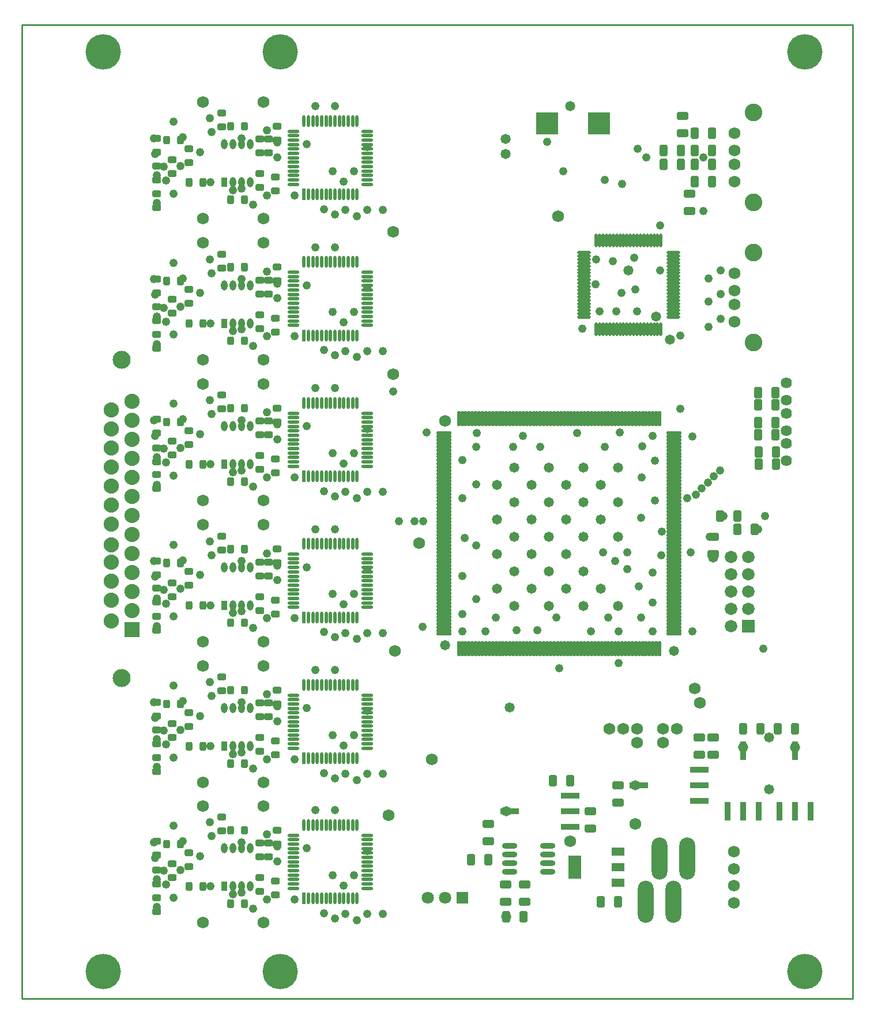
<source format=gts>
%FSLAX24Y24*%
%MOIN*%
%SFA1B1*%

%IPPOS*%
%ADD17O,0.020000X0.040000*%
%ADD18O,0.040000X0.020000*%
%ADD35C,0.010000*%
%ADD45C,0.064000*%
%ADD67O,0.038000X0.058000*%
%ADD68R,0.038000X0.058000*%
%ADD69O,0.048000X0.020000*%
%ADD70O,0.020000X0.048000*%
%ADD71O,0.068000X0.028000*%
%ADD72O,0.028000X0.048000*%
%ADD73O,0.048000X0.028000*%
%ADD74O,0.028000X0.068000*%
%ADD75O,0.067100X0.019800*%
%ADD76O,0.019800X0.067100*%
%ADD77R,0.019800X0.067100*%
%ADD78O,0.019800X0.090700*%
%ADD79O,0.090700X0.019800*%
%ADD80O,0.088000X0.032000*%
%ADD81R,0.078000X0.048000*%
%ADD82R,0.078000X0.138000*%
%ADD83O,0.090700X0.244200*%
%ADD84R,0.038000X0.108000*%
%ADD85O,0.090700X0.244200*%
%ADD86R,0.108000X0.038000*%
%ADD87O,0.078900X0.019800*%
%ADD88O,0.019800X0.078900*%
%ADD89R,0.128000X0.128000*%
%ADD90R,0.088000X0.088000*%
%ADD91C,0.088000*%
%ADD92C,0.104000*%
%ADD93R,0.071000X0.071000*%
%ADD94C,0.071000*%
%ADD95C,0.072000*%
%ADD96R,0.072000X0.072000*%
%ADD97C,0.068000*%
%ADD98C,0.102000*%
%ADD99C,0.204900*%
%ADD100C,0.048000*%
%ADD101C,0.058000*%
%LN020351-1*%
%LPD*%
G54D17*
X28660Y26050D03*
X28940D03*
Y26850D03*
X28660D03*
Y27650D03*
X28940D03*
X29560Y28000D03*
X29840D03*
Y28800D03*
X29560D03*
X30529Y28641D03*
X30808D03*
X32429Y30691D03*
X32708D03*
X34629Y29191D03*
X34908D03*
X35129D03*
X35408D03*
X34908Y27991D03*
X34629D03*
Y27191D03*
X34908D03*
X35529Y26991D03*
Y27791D03*
X35808D03*
Y26991D03*
X35909Y29941D03*
X35628D03*
Y30741D03*
X35909D03*
X35408Y29991D03*
X35129D03*
X34908D03*
X34629D03*
X32708Y31491D03*
X32429D03*
X30808Y29441D03*
X30529D03*
X28940Y30100D03*
X28660D03*
Y29300D03*
X28940D03*
Y28450D03*
X28660D03*
X34629Y35291D03*
X34908D03*
X35529Y35091D03*
X35808D03*
Y35891D03*
X35909Y38041D03*
X35628D03*
Y38841D03*
X35909D03*
X35408Y38091D03*
X35129D03*
X34908D03*
X34629D03*
Y37291D03*
X34908D03*
X35129D03*
X35408D03*
X35529Y35891D03*
X34908Y36091D03*
X34629D03*
X32708Y38791D03*
Y39591D03*
X32429D03*
Y38791D03*
X30808Y37541D03*
X30529D03*
Y36741D03*
X30808D03*
X29840Y36900D03*
X29560D03*
Y36100D03*
X29840D03*
X28940Y37350D03*
X28660D03*
Y38150D03*
X28940D03*
Y36550D03*
X28660D03*
Y35750D03*
X28940D03*
Y34950D03*
X28660D03*
Y34150D03*
X28940D03*
X35808Y43241D03*
Y44041D03*
X35909Y46191D03*
X35628D03*
Y46991D03*
X35909D03*
X35408Y46241D03*
X35129D03*
X34908D03*
X34629D03*
Y45441D03*
X34908D03*
X35129D03*
X35408D03*
X35529Y44041D03*
X34908Y44241D03*
X34629D03*
Y43441D03*
X34908D03*
X35529Y43241D03*
X32708Y46941D03*
Y47741D03*
X32429D03*
Y46941D03*
X30808Y45691D03*
X30529D03*
Y44891D03*
X30808D03*
X29840Y45050D03*
X29560D03*
Y44250D03*
X29840D03*
X28940Y45500D03*
X28660D03*
Y46300D03*
X28940D03*
Y44750D03*
X28660D03*
Y43950D03*
X28940D03*
Y43100D03*
X28660D03*
Y42300D03*
X28940D03*
Y50500D03*
X28660D03*
X29560Y52450D03*
X29840D03*
Y53250D03*
X29560D03*
X30529Y53041D03*
X30808D03*
Y53841D03*
X30529D03*
X32429Y55091D03*
X32708D03*
X34629Y53591D03*
X34908D03*
X35129D03*
X35408D03*
X35529Y52191D03*
Y51391D03*
X34908Y51591D03*
X34629D03*
Y52391D03*
X34908D03*
X35808Y52191D03*
Y51391D03*
X35909Y54341D03*
X35628D03*
Y55141D03*
X35909D03*
X35408Y54391D03*
X35129D03*
X34908D03*
X34629D03*
X32708Y55891D03*
X32429D03*
X34629Y59741D03*
X34908D03*
X35529Y59541D03*
X35808D03*
Y60341D03*
X35909Y62491D03*
X35628D03*
Y63291D03*
X35909D03*
X35408Y62541D03*
X35129D03*
X34908D03*
X34629D03*
Y61741D03*
X34908D03*
X35129D03*
X35408D03*
X35529Y60341D03*
X34908Y60541D03*
X34629D03*
X32708Y63241D03*
Y64041D03*
X32429D03*
Y63241D03*
X30808Y61991D03*
X30529D03*
Y61191D03*
X30808D03*
X29840Y61450D03*
X29560D03*
Y60650D03*
X29840D03*
X28940Y62600D03*
X28660D03*
Y61800D03*
X28940D03*
Y61000D03*
X28660D03*
Y60200D03*
X28940D03*
Y59400D03*
X28660D03*
Y58600D03*
X28940D03*
Y54500D03*
X28660D03*
Y53700D03*
X28940D03*
Y52850D03*
X28660D03*
Y52050D03*
X28940D03*
Y51300D03*
X28660D03*
X35808Y67691D03*
Y68491D03*
X35909Y70641D03*
X35628D03*
Y71441D03*
X35909D03*
X35408Y70691D03*
X35129D03*
X34908D03*
X34629D03*
Y69891D03*
X34908D03*
X35129D03*
X35408D03*
X35529Y68491D03*
X34908Y68691D03*
X34629D03*
Y67891D03*
X34908D03*
X35529Y67691D03*
X32708Y71391D03*
Y72191D03*
X32429D03*
Y71391D03*
X30808Y70141D03*
X30529D03*
Y69341D03*
X30808D03*
X29840Y69500D03*
X29560D03*
Y68700D03*
X29840D03*
X28940Y69950D03*
X28660D03*
Y70750D03*
X28940D03*
Y69150D03*
X28660D03*
Y68350D03*
X28940D03*
Y67550D03*
X28660D03*
Y66750D03*
X28940D03*
G54D18*
X30668Y27351D03*
Y27631D03*
X31469D03*
Y27351D03*
X33068Y26631D03*
Y26351D03*
X33869D03*
Y26631D03*
Y30601D03*
Y30881D03*
X33068D03*
Y30601D03*
X30168Y30081D03*
Y29801D03*
X29369D03*
Y30081D03*
X33068Y34451D03*
Y34731D03*
X33869D03*
Y34451D03*
X31469Y35731D03*
Y35451D03*
X30668Y35731D03*
Y35451D03*
X30168Y37901D03*
Y38181D03*
X29369D03*
Y37901D03*
X33068Y38701D03*
Y38981D03*
X33869D03*
Y38701D03*
Y42601D03*
Y42881D03*
X33068D03*
Y42601D03*
X31469Y43601D03*
Y43881D03*
X30168Y46051D03*
Y46331D03*
X30668Y43881D03*
Y43601D03*
X29369Y46051D03*
Y46331D03*
X33068Y46851D03*
Y47131D03*
X33869D03*
Y46851D03*
Y50751D03*
Y51031D03*
X33068D03*
Y50751D03*
X31469Y51751D03*
Y52031D03*
X30668D03*
Y51751D03*
X33068Y55001D03*
Y55281D03*
X33869D03*
Y55001D03*
X30168Y54481D03*
Y54201D03*
X29369D03*
Y54481D03*
X33068Y58901D03*
Y59181D03*
X33869D03*
Y58901D03*
X31469Y59901D03*
Y60181D03*
X30668D03*
Y59901D03*
X33068Y63151D03*
X33869D03*
Y63431D03*
X33068D03*
Y67051D03*
Y67331D03*
X33869D03*
Y67051D03*
X31469Y68331D03*
Y68051D03*
X30668Y68331D03*
Y68051D03*
X30168Y70501D03*
Y70781D03*
X29369D03*
Y70501D03*
X33068Y71301D03*
Y71581D03*
X33869D03*
Y71301D03*
X29369Y62631D03*
Y62351D03*
X30168D03*
Y62631D03*
G54D35*
X21000Y21000D02*
X69032D01*
Y77299*
X21000*
Y21000*
G54D45*
X65219Y52091D03*
Y53091D03*
Y53841D03*
Y54841D03*
Y55591D03*
Y56591D03*
G54D67*
X33219Y27491D03*
X33719D03*
X34218D03*
Y29691D03*
X33719D03*
X33219D03*
X32719D03*
X34218Y35591D03*
Y37791D03*
X33719D03*
X33219D03*
X32719D03*
X33219Y35591D03*
X33719D03*
X34218Y43741D03*
Y45941D03*
X33719D03*
X33219D03*
X32719D03*
X33219Y43741D03*
X33719D03*
X34218Y51891D03*
Y54091D03*
X33719D03*
X33219D03*
X32719D03*
X33219Y51891D03*
X33719D03*
X34218Y60041D03*
X33719D03*
X33219D03*
X34218Y62241D03*
X33719D03*
X33219D03*
X32719D03*
X34218Y68191D03*
Y70391D03*
X33719D03*
X33219D03*
X32719D03*
X33219Y68191D03*
X33719D03*
G54D68*
X32719Y27491D03*
Y35591D03*
Y43741D03*
Y51891D03*
Y60041D03*
Y68191D03*
G54D69*
X28800Y25950D03*
Y26050D03*
Y26150D03*
Y26750D03*
Y26850D03*
Y26950D03*
Y27550D03*
Y27650D03*
Y27750D03*
X29700Y27900D03*
Y28000D03*
Y28100D03*
Y28700D03*
Y28800D03*
Y28900D03*
X30668Y28741D03*
Y28641D03*
Y28541D03*
Y29341D03*
Y29441D03*
Y29541D03*
X28800Y29400D03*
Y30000D03*
Y30100D03*
Y30200D03*
Y29300D03*
Y29200D03*
Y28550D03*
Y28450D03*
Y28350D03*
X32569Y30591D03*
Y30691D03*
Y30791D03*
X34769Y29291D03*
Y29191D03*
Y29091D03*
X35268D03*
Y29191D03*
Y29291D03*
X34769Y28091D03*
Y27991D03*
Y27891D03*
Y27291D03*
Y27191D03*
Y27091D03*
X35668D03*
Y26991D03*
Y26891D03*
Y27691D03*
Y27791D03*
Y27891D03*
X35768Y29841D03*
Y29941D03*
Y30041D03*
Y30641D03*
Y30741D03*
Y30841D03*
X35268Y30091D03*
Y29991D03*
Y29891D03*
X34769D03*
Y29991D03*
Y30091D03*
X32569Y31391D03*
Y31491D03*
Y31591D03*
X35668Y34991D03*
Y35091D03*
Y35191D03*
Y35791D03*
Y35891D03*
Y35991D03*
X35768Y37941D03*
Y38041D03*
Y38141D03*
Y38741D03*
Y38841D03*
Y38941D03*
X35268Y38191D03*
Y38091D03*
Y37991D03*
X34769D03*
Y38091D03*
Y38191D03*
Y37391D03*
Y37291D03*
Y37191D03*
X35268D03*
Y37291D03*
Y37391D03*
X34769Y36191D03*
Y36091D03*
Y35991D03*
Y35391D03*
Y35291D03*
Y35191D03*
X32569Y38691D03*
Y38791D03*
Y38891D03*
Y39491D03*
Y39591D03*
Y39691D03*
X35668Y43141D03*
Y43241D03*
Y43341D03*
Y43941D03*
Y44041D03*
Y44141D03*
X35768Y46091D03*
Y46191D03*
Y46291D03*
Y46891D03*
Y46991D03*
Y47091D03*
X35268Y46341D03*
Y46241D03*
Y46141D03*
X34769D03*
Y46241D03*
Y46341D03*
Y45541D03*
Y45441D03*
Y45341D03*
X35268D03*
Y45441D03*
Y45541D03*
X34769Y44341D03*
Y44241D03*
Y44141D03*
Y43541D03*
Y43441D03*
Y43341D03*
X32569Y46841D03*
Y46941D03*
Y47041D03*
Y47641D03*
Y47741D03*
Y47841D03*
X30668Y45791D03*
Y45691D03*
Y45591D03*
Y44991D03*
Y44891D03*
X29700Y44950D03*
Y45050D03*
Y45150D03*
Y44350D03*
Y44250D03*
Y44150D03*
X30668Y44791D03*
X28800Y45400D03*
Y45500D03*
Y45600D03*
Y46200D03*
Y46300D03*
Y46400D03*
Y44850D03*
Y44750D03*
Y44650D03*
Y44050D03*
Y43950D03*
Y43850D03*
Y43200D03*
Y43100D03*
Y43000D03*
Y42400D03*
Y42300D03*
Y42200D03*
Y38250D03*
Y38150D03*
Y38050D03*
Y37450D03*
Y37350D03*
Y37250D03*
Y36650D03*
Y36550D03*
Y36450D03*
Y35850D03*
Y35750D03*
Y35650D03*
Y35050D03*
Y34950D03*
Y34850D03*
Y34250D03*
Y34150D03*
Y34050D03*
X29700Y36000D03*
Y36100D03*
Y36200D03*
Y36800D03*
Y36900D03*
Y37000D03*
X30668Y36841D03*
Y36741D03*
Y36641D03*
Y37441D03*
Y37541D03*
Y37641D03*
X28800Y50400D03*
Y50500D03*
Y50600D03*
X29700Y52350D03*
Y52450D03*
Y52550D03*
Y53150D03*
Y53250D03*
Y53350D03*
X30668Y53141D03*
Y53041D03*
Y52941D03*
Y53741D03*
Y53841D03*
Y53941D03*
X28800Y54400D03*
Y54500D03*
Y54600D03*
Y53800D03*
Y53700D03*
Y53600D03*
Y52950D03*
Y52850D03*
Y52750D03*
Y52150D03*
Y52050D03*
Y51950D03*
Y51400D03*
Y51300D03*
Y51200D03*
X32569Y54991D03*
Y55091D03*
Y55191D03*
X34769Y53691D03*
Y53591D03*
Y53491D03*
X35268D03*
Y53591D03*
Y53691D03*
X34769Y52491D03*
Y52391D03*
Y52291D03*
Y51691D03*
Y51591D03*
Y51491D03*
X35668D03*
Y51391D03*
Y51291D03*
Y52091D03*
Y52191D03*
Y52291D03*
X35768Y54241D03*
Y54341D03*
Y54441D03*
Y55041D03*
Y55141D03*
Y55241D03*
X35268Y54491D03*
Y54391D03*
Y54291D03*
X34769D03*
Y54391D03*
Y54491D03*
X32569Y55791D03*
Y55891D03*
Y55991D03*
X35668Y59441D03*
Y59541D03*
Y59641D03*
Y60241D03*
Y60341D03*
Y60441D03*
X35768Y62391D03*
Y62491D03*
Y62591D03*
Y63191D03*
Y63291D03*
Y63391D03*
X35268Y62641D03*
Y62541D03*
Y62441D03*
X34769D03*
Y62541D03*
Y62641D03*
Y61841D03*
Y61741D03*
Y61641D03*
X35268D03*
Y61741D03*
Y61841D03*
X34769Y60641D03*
Y60541D03*
Y60441D03*
Y59841D03*
Y59741D03*
Y59641D03*
X32569Y63141D03*
Y63241D03*
Y63341D03*
Y63941D03*
Y64041D03*
Y64141D03*
X35668Y67591D03*
Y67691D03*
Y67791D03*
Y68391D03*
Y68491D03*
Y68591D03*
X35768Y70541D03*
Y70641D03*
Y70741D03*
Y71341D03*
Y71441D03*
Y71541D03*
X35268Y70791D03*
Y70691D03*
Y70591D03*
X34769D03*
Y70691D03*
Y70791D03*
Y69991D03*
Y69891D03*
Y69791D03*
X35268D03*
Y69891D03*
Y69991D03*
X34769Y68791D03*
Y68691D03*
Y68591D03*
Y67991D03*
Y67891D03*
Y67791D03*
X32569Y71291D03*
Y71391D03*
Y71491D03*
Y72091D03*
Y72191D03*
Y72291D03*
X30668Y70241D03*
Y70141D03*
Y70041D03*
Y69441D03*
Y69341D03*
Y69241D03*
X29700Y69400D03*
Y69500D03*
Y69600D03*
Y68800D03*
Y68700D03*
Y68600D03*
X28800Y69850D03*
Y69950D03*
Y70050D03*
Y70650D03*
Y70750D03*
Y70850D03*
Y69250D03*
Y69150D03*
Y69050D03*
Y68450D03*
Y68350D03*
Y68250D03*
Y67650D03*
Y67550D03*
Y67450D03*
Y66850D03*
Y66750D03*
Y66650D03*
Y62700D03*
Y62600D03*
Y62500D03*
Y61900D03*
Y61800D03*
Y61700D03*
Y61100D03*
Y61000D03*
Y60900D03*
Y60300D03*
Y60200D03*
Y60100D03*
Y59500D03*
Y59400D03*
Y59300D03*
Y58700D03*
Y58600D03*
Y58500D03*
X29700Y60550D03*
Y60650D03*
Y60750D03*
Y61350D03*
Y61450D03*
Y61550D03*
X30668Y61291D03*
Y61191D03*
Y61091D03*
Y61891D03*
Y61991D03*
Y62091D03*
G54D70*
X30568Y27491D03*
X30668D03*
X30768D03*
X31369D03*
X31469D03*
X31569D03*
X32968Y26491D03*
X33068D03*
X33168D03*
X33768D03*
X33869D03*
X33969D03*
Y30741D03*
X33869D03*
X33768D03*
X33168D03*
X33068D03*
X32968D03*
X30268Y29941D03*
X30168D03*
X30069D03*
X29469D03*
X29369D03*
X29269D03*
X32968Y34591D03*
X33068D03*
X33168D03*
X33768D03*
X33869D03*
X33969D03*
X31569Y35591D03*
X31469D03*
X31369D03*
X30268Y38041D03*
X30168D03*
X30069D03*
X29469D03*
X30568Y35591D03*
X30668D03*
X30768D03*
X29369Y38041D03*
X29269D03*
X32968Y38841D03*
X33068D03*
X33168D03*
X33768D03*
X33869D03*
X33969D03*
Y42741D03*
X33869D03*
X33768D03*
X33168D03*
X33068D03*
X32968D03*
X31569Y43741D03*
X31469D03*
X31369D03*
X30268Y46191D03*
X30168D03*
X30069D03*
X29469D03*
X30568Y43741D03*
X30668D03*
X30768D03*
X29369Y46191D03*
X29269D03*
X32968Y46991D03*
X33068D03*
X33168D03*
X33768D03*
X33869D03*
X33969D03*
Y50891D03*
X33869D03*
X33768D03*
X33168D03*
X33068D03*
X32968D03*
X31569Y51891D03*
X31469D03*
X31369D03*
X30768D03*
X30668D03*
X30568D03*
X32968Y55141D03*
X33068D03*
X33168D03*
X33768D03*
X33869D03*
X33969D03*
X30268Y54341D03*
X30168D03*
X30069D03*
X29469D03*
X29369D03*
X29269D03*
X32968Y59041D03*
X33068D03*
X33168D03*
X33768D03*
X33869D03*
X33969D03*
X31569Y60041D03*
X31469D03*
X31369D03*
X30768D03*
X30668D03*
X30568D03*
X32968Y63291D03*
X33068D03*
X33168D03*
X33768D03*
X33869D03*
X33969D03*
X30268Y62491D03*
X30168D03*
X30069D03*
X29469D03*
X29369D03*
X29269D03*
X32968Y67191D03*
X33068D03*
X33168D03*
X33768D03*
X33869D03*
X33969D03*
X31569Y68191D03*
X31469D03*
X31369D03*
X30268Y70641D03*
X30168D03*
X30069D03*
X29469D03*
X30568Y68191D03*
X30668D03*
X30768D03*
X29369Y70641D03*
X29269D03*
X32968Y71441D03*
X33068D03*
X33168D03*
X33768D03*
X33869D03*
X33969D03*
G54D71*
X48969Y26491D03*
Y26591D03*
Y26691D03*
Y27491D03*
Y27591D03*
Y27691D03*
X50068D03*
Y27591D03*
Y27491D03*
Y26691D03*
Y26591D03*
Y26491D03*
X53868Y30741D03*
Y30841D03*
X55469Y32241D03*
Y32341D03*
Y32441D03*
Y33241D03*
Y33341D03*
Y33441D03*
X53868Y31941D03*
Y31841D03*
Y31741D03*
Y30941D03*
X47969Y30991D03*
Y31091D03*
Y31191D03*
Y30191D03*
Y30091D03*
Y29991D03*
X60168Y34991D03*
Y35091D03*
Y35191D03*
X60968D03*
Y35091D03*
Y34991D03*
Y35991D03*
Y36091D03*
Y36191D03*
X60168D03*
Y36091D03*
Y35991D03*
X60978Y46590D03*
Y46690D03*
Y46790D03*
Y47590D03*
Y47690D03*
Y47790D03*
X59619Y66451D03*
Y66551D03*
Y66651D03*
Y67451D03*
Y67551D03*
Y67651D03*
X59219Y70951D03*
Y71051D03*
Y71151D03*
Y71951D03*
Y72051D03*
Y72151D03*
G54D72*
X47769Y30091D03*
X48169D03*
Y31091D03*
X47769D03*
X48769Y27591D03*
X49169D03*
Y26591D03*
X48769D03*
X49868D03*
X50269D03*
Y27591D03*
X49868D03*
X53668Y30841D03*
X54068D03*
X55269Y32341D03*
X55669D03*
Y33341D03*
X55269D03*
X54068Y31841D03*
X53668D03*
X59969Y35091D03*
X60368D03*
X60768D03*
X61168D03*
Y36091D03*
X60768D03*
X60368D03*
X59969D03*
X60778Y46690D03*
X61178D03*
Y47690D03*
X60778D03*
X59819Y66551D03*
X59419D03*
Y67551D03*
X59819D03*
X59419Y71051D03*
X59019D03*
Y72051D03*
X59419D03*
G54D73*
X46968Y28841D03*
Y29241D03*
X47969D03*
Y28841D03*
X49019Y25941D03*
Y25541D03*
X50019D03*
Y25941D03*
X54468Y26391D03*
Y26791D03*
X55469D03*
Y26391D03*
X52719Y33391D03*
Y33791D03*
X51719D03*
Y33391D03*
X62719Y36391D03*
Y36791D03*
X63719D03*
Y36391D03*
X64718D03*
Y36791D03*
X65718D03*
Y36391D03*
X63369Y47941D03*
X62368D03*
Y48341D03*
Y48691D03*
Y49091D03*
X63369Y48341D03*
X61368Y48691D03*
Y49091D03*
X63618Y51691D03*
Y52091D03*
Y52391D03*
X64619D03*
Y52091D03*
Y51691D03*
Y52791D03*
X64569Y53391D03*
Y53791D03*
Y54091D03*
X63569D03*
Y53791D03*
Y53391D03*
X63618Y52791D03*
X63569Y54491D03*
Y55141D03*
Y55541D03*
X64569D03*
Y55141D03*
Y54491D03*
Y55841D03*
Y56241D03*
X63569D03*
Y55841D03*
X60918Y68051D03*
Y68451D03*
Y69051D03*
Y69451D03*
Y69851D03*
Y70251D03*
Y70851D03*
Y71251D03*
X59918D03*
Y70851D03*
Y70251D03*
Y69851D03*
X59118D03*
Y70251D03*
Y69451D03*
Y69051D03*
X59918D03*
Y69451D03*
Y68451D03*
Y68051D03*
X58119Y69051D03*
Y69451D03*
Y69851D03*
Y70251D03*
G54D74*
X46869Y29041D03*
X46968D03*
X47069D03*
X47868D03*
X47969D03*
X48068D03*
X48918Y25741D03*
X49019D03*
X49118D03*
X49918D03*
X50019D03*
X50118D03*
X54369Y26591D03*
X54468D03*
X54569D03*
X55368D03*
X55469D03*
X55568D03*
X52818Y33591D03*
X52719D03*
X52618D03*
X51818D03*
X51719D03*
X51618D03*
X62618Y36591D03*
X62719D03*
X62818D03*
X63618D03*
X63719D03*
X63818D03*
X64619D03*
X64718D03*
X64819D03*
X65619D03*
X65718D03*
X65819D03*
X63468Y48141D03*
X63369D03*
X63268D03*
X62469D03*
X62368D03*
X62269D03*
Y48891D03*
X62368D03*
X62469D03*
X61469D03*
X61368D03*
X61269D03*
X63519Y51891D03*
X63618D03*
X63719D03*
Y52591D03*
X63618D03*
X63519D03*
X64518D03*
X64619D03*
X64718D03*
Y51891D03*
X64619D03*
X64518D03*
X64468Y53591D03*
X64569D03*
X64668D03*
X63668D03*
X63569D03*
X63468D03*
Y54291D03*
X63569D03*
X63668D03*
X64468D03*
X64569D03*
X64668D03*
Y55341D03*
X64569D03*
X64468D03*
X63668D03*
X63569D03*
X63468D03*
Y56041D03*
X63569D03*
X63668D03*
X64468D03*
X64569D03*
X64668D03*
X61019Y68251D03*
X60918D03*
X60819D03*
Y69251D03*
X60918D03*
X61019D03*
Y70051D03*
X60918D03*
X60819D03*
Y71051D03*
X60918D03*
X61019D03*
X60019D03*
X59918D03*
X59819D03*
Y70051D03*
X59918D03*
X60019D03*
X59219D03*
X59118D03*
X59019D03*
Y69251D03*
X59118D03*
X59219D03*
X59819D03*
X59918D03*
X60019D03*
Y68251D03*
X59918D03*
X59819D03*
X58218Y70051D03*
X58119D03*
X58018D03*
Y69251D03*
X58119D03*
X58218D03*
G54D75*
X36728Y27381D03*
Y27637D03*
Y27893D03*
Y28149D03*
Y28405D03*
Y28661D03*
Y28917D03*
Y29172D03*
Y29428D03*
Y29684D03*
Y29940D03*
Y30196D03*
Y30452D03*
X40980Y27637D03*
Y27381D03*
Y27893D03*
Y28149D03*
Y28405D03*
Y28661D03*
Y28917D03*
Y29172D03*
Y29428D03*
Y29684D03*
Y29940D03*
Y30196D03*
Y30452D03*
Y35481D03*
Y35737D03*
Y35993D03*
Y36249D03*
Y36505D03*
Y36761D03*
Y37017D03*
Y37272D03*
Y37528D03*
Y37784D03*
Y38040D03*
Y38296D03*
Y38552D03*
X36728D03*
Y38296D03*
Y38040D03*
Y37784D03*
Y37528D03*
Y37272D03*
Y37017D03*
Y36761D03*
Y36505D03*
Y36249D03*
Y35993D03*
Y35737D03*
Y35481D03*
X40980Y43631D03*
Y43887D03*
Y44143D03*
Y44399D03*
Y44655D03*
Y44911D03*
Y45167D03*
Y45422D03*
Y45678D03*
Y45934D03*
Y46190D03*
Y46446D03*
Y46702D03*
Y51781D03*
Y52037D03*
Y52293D03*
Y52549D03*
Y52805D03*
Y53061D03*
Y53317D03*
Y53572D03*
Y53828D03*
Y54084D03*
Y54340D03*
Y54596D03*
Y54852D03*
Y59931D03*
Y60187D03*
Y60443D03*
Y60699D03*
Y60955D03*
Y61211D03*
Y61467D03*
Y61722D03*
Y61978D03*
Y62234D03*
Y62490D03*
Y62746D03*
Y63002D03*
X36728D03*
Y62746D03*
Y62490D03*
Y62234D03*
Y61978D03*
Y61722D03*
Y61467D03*
Y61211D03*
Y60955D03*
Y60699D03*
Y60443D03*
Y60187D03*
Y59931D03*
Y54852D03*
Y54596D03*
Y54340D03*
Y54084D03*
Y53828D03*
Y53572D03*
Y53317D03*
Y53061D03*
Y52805D03*
Y52549D03*
Y52293D03*
Y52037D03*
Y51781D03*
Y46702D03*
Y46446D03*
Y46190D03*
Y45934D03*
Y45678D03*
Y45422D03*
Y45167D03*
Y44911D03*
Y44655D03*
Y44399D03*
Y44143D03*
Y43887D03*
Y43631D03*
X40980Y68081D03*
Y68337D03*
Y68593D03*
Y68849D03*
Y69105D03*
Y69361D03*
Y69617D03*
Y69872D03*
Y70128D03*
Y70384D03*
Y70640D03*
Y70896D03*
Y71152D03*
X36728D03*
Y70896D03*
Y70640D03*
Y70384D03*
Y70128D03*
Y69872D03*
Y69617D03*
Y69361D03*
Y69105D03*
Y68849D03*
Y68593D03*
Y68337D03*
Y68081D03*
G54D76*
X37574Y26791D03*
X37830D03*
X38086D03*
X38342D03*
X38598D03*
X38854D03*
X39110D03*
X39366D03*
X39622D03*
X39878D03*
X40133D03*
X40389D03*
Y31043D03*
X40133D03*
X39878D03*
X39622D03*
X39366D03*
X39110D03*
X38854D03*
X38598D03*
X38342D03*
X38086D03*
X37830D03*
X37574D03*
X37318D03*
X40389Y34891D03*
X40133D03*
X39878D03*
X39622D03*
X39366D03*
X39110D03*
X38854D03*
X38598D03*
X38342D03*
X38086D03*
X37830D03*
X37574D03*
X40389Y39143D03*
X40133D03*
X39878D03*
X39622D03*
X39366D03*
X39110D03*
X38854D03*
X38598D03*
X38342D03*
X38086D03*
X37830D03*
X37574D03*
X37318D03*
X40389Y43041D03*
X40133D03*
X39878D03*
X39622D03*
X39366D03*
X39110D03*
X38854D03*
X38598D03*
X38342D03*
X38086D03*
X37830D03*
X37574D03*
X40389Y47293D03*
X40133D03*
X39878D03*
X39622D03*
X39366D03*
X39110D03*
X38854D03*
X38598D03*
X38342D03*
X38086D03*
X37830D03*
X37574D03*
X37318D03*
X40389Y51191D03*
X40133D03*
X39878D03*
X39622D03*
X39366D03*
X39110D03*
X38854D03*
X38598D03*
X38342D03*
X38086D03*
X37830D03*
X37574D03*
X40389Y55443D03*
X40133D03*
X39878D03*
X39622D03*
X39366D03*
X39110D03*
X38854D03*
X38598D03*
X38342D03*
X38086D03*
X37830D03*
X37574D03*
X37318D03*
X40389Y59341D03*
X40133D03*
X39878D03*
X39622D03*
X39366D03*
X39110D03*
X38854D03*
X38598D03*
X38342D03*
X38086D03*
X37830D03*
X37574D03*
X40389Y63593D03*
X40133D03*
X39878D03*
X39622D03*
X39366D03*
X39110D03*
X38854D03*
X38598D03*
X38342D03*
X38086D03*
X37830D03*
X37574D03*
X37318D03*
X40389Y67491D03*
X40133D03*
X39878D03*
X39622D03*
X39366D03*
X39110D03*
X38854D03*
X38598D03*
X38342D03*
X38086D03*
X37830D03*
X37574D03*
X40389Y71743D03*
X40133D03*
X39878D03*
X39622D03*
X39366D03*
X39110D03*
X38854D03*
X38598D03*
X38342D03*
X38086D03*
X37830D03*
X37574D03*
X37318D03*
G54D77*
X37318Y26791D03*
Y34891D03*
Y43041D03*
Y51191D03*
Y59341D03*
Y67491D03*
G54D78*
X46267Y41244D03*
X46464D03*
X46661D03*
X46858D03*
X47055D03*
X47252D03*
X47448D03*
X47645D03*
X47842D03*
X48039D03*
X48236D03*
X48433D03*
X48630D03*
X48826D03*
X49023D03*
X49220D03*
X49417D03*
X49614D03*
X49811D03*
X50007D03*
X50204D03*
X50401D03*
X50598D03*
X50795D03*
X50992D03*
X51189D03*
X51385D03*
X51582D03*
X51779D03*
X51976D03*
X52173D03*
X52370D03*
X52567D03*
X52763D03*
X52960D03*
X53157D03*
X53354D03*
X53551D03*
X53748D03*
X53944D03*
X54141D03*
X54338D03*
X54535D03*
X54732D03*
X54929D03*
X55126D03*
X55322D03*
X55519D03*
X55716D03*
X55913D03*
X56110D03*
X56307D03*
X56504D03*
X56700D03*
X56897D03*
X57094D03*
X57291D03*
X57488D03*
X57685D03*
X57881D03*
Y54551D03*
X57685D03*
X57488D03*
X57291D03*
X57094D03*
X56897D03*
X56700D03*
X56504D03*
X56307D03*
X56110D03*
X55913D03*
X55716D03*
X55519D03*
X55322D03*
X55126D03*
X54929D03*
X54732D03*
X54535D03*
X54338D03*
X54141D03*
X53944D03*
X53748D03*
X53551D03*
X53354D03*
X53157D03*
X52960D03*
X52763D03*
X52567D03*
X52370D03*
X52173D03*
X51976D03*
X51779D03*
X51582D03*
X51385D03*
X51189D03*
X50992D03*
X50795D03*
X50598D03*
X50401D03*
X50204D03*
X50007D03*
X49811D03*
X49614D03*
X49417D03*
X49220D03*
X49023D03*
X48826D03*
X48630D03*
X48433D03*
X48236D03*
X48039D03*
X47842D03*
X47645D03*
X47448D03*
X47252D03*
X47055D03*
X46858D03*
X46661D03*
X46464D03*
X46267D03*
G54D79*
X45421Y42090D03*
Y42287D03*
Y42484D03*
Y42681D03*
Y42877D03*
Y43074D03*
Y43271D03*
Y43468D03*
Y43665D03*
Y43862D03*
Y44059D03*
Y44255D03*
Y44452D03*
Y44649D03*
Y44846D03*
Y45043D03*
Y45240D03*
Y45437D03*
Y45633D03*
Y45830D03*
Y46027D03*
Y46224D03*
Y46421D03*
Y46618D03*
Y46814D03*
Y47011D03*
Y47208D03*
Y47405D03*
Y47602D03*
Y47799D03*
Y47996D03*
Y48192D03*
Y48389D03*
Y48586D03*
Y48783D03*
Y48980D03*
Y49177D03*
Y49374D03*
Y49570D03*
Y49767D03*
Y49964D03*
Y50161D03*
Y50358D03*
Y50555D03*
Y50751D03*
Y50948D03*
Y51145D03*
Y51342D03*
Y51539D03*
Y51736D03*
Y51933D03*
Y52129D03*
Y52326D03*
Y52523D03*
Y52720D03*
Y52917D03*
Y53114D03*
Y53311D03*
Y53507D03*
Y53704D03*
X58728Y43271D03*
Y43074D03*
Y42877D03*
Y42681D03*
Y42484D03*
Y42287D03*
Y42090D03*
Y43468D03*
Y43665D03*
Y43862D03*
Y44059D03*
Y44255D03*
Y44452D03*
Y44649D03*
Y44846D03*
Y45043D03*
Y45240D03*
Y45437D03*
Y45633D03*
Y45830D03*
Y46027D03*
Y46224D03*
Y46421D03*
Y46618D03*
Y46814D03*
Y47011D03*
Y47208D03*
Y47405D03*
Y47602D03*
Y47799D03*
Y47996D03*
Y48192D03*
Y48389D03*
Y48586D03*
Y48783D03*
Y48980D03*
Y49177D03*
Y49374D03*
Y49570D03*
Y49767D03*
Y49964D03*
Y50161D03*
Y50358D03*
Y50555D03*
Y50751D03*
Y50948D03*
Y51145D03*
Y51342D03*
Y51539D03*
Y51736D03*
Y51933D03*
Y52129D03*
Y52326D03*
Y52523D03*
Y52720D03*
Y52917D03*
Y53114D03*
Y53311D03*
Y53507D03*
Y53704D03*
G54D80*
X49219Y28341D03*
Y28841D03*
Y29341D03*
Y29841D03*
X51418Y29341D03*
Y28841D03*
Y28341D03*
Y29841D03*
G54D81*
X55469Y27691D03*
Y28591D03*
Y29491D03*
G54D82*
X52969Y28591D03*
G54D83*
X58668Y26591D03*
X59468Y29091D03*
X57894D03*
G54D84*
X61818Y31841D03*
X62719D03*
X63618D03*
X64819D03*
X65718D03*
X66618D03*
X65718Y35341D03*
X62719D03*
G54D85*
X57094Y26591D03*
G54D86*
X49219Y31841D03*
X52719D03*
Y30941D03*
Y32741D03*
X56669Y33341D03*
X60168Y32441D03*
Y33341D03*
Y34241D03*
G54D87*
X58668Y60400D03*
Y60597D03*
Y60794D03*
Y60991D03*
Y61188D03*
Y61385D03*
Y61582D03*
Y61778D03*
Y61975D03*
Y62172D03*
Y62369D03*
Y62566D03*
Y62763D03*
Y62959D03*
Y63156D03*
Y63353D03*
Y63550D03*
Y63747D03*
Y63944D03*
Y64141D03*
X53511D03*
Y63944D03*
Y63747D03*
Y63550D03*
Y63353D03*
Y63156D03*
Y62959D03*
Y62763D03*
Y62566D03*
Y62369D03*
Y62172D03*
Y61975D03*
Y61778D03*
Y61582D03*
Y61385D03*
Y61188D03*
Y60991D03*
Y60794D03*
Y60597D03*
Y60400D03*
G54D88*
X57369Y59692D03*
X57566D03*
X57763D03*
X57960D03*
X57172D03*
X56976D03*
X56779D03*
X56582D03*
X56385D03*
X56188D03*
X55991D03*
X55794D03*
X55598D03*
X55401D03*
X55204D03*
X55007D03*
X54810D03*
X54613D03*
X54417D03*
X54220D03*
X57369Y64849D03*
X57566D03*
X57763D03*
X57960D03*
X57172D03*
X56976D03*
X56779D03*
X56582D03*
X56385D03*
X56188D03*
X55991D03*
X55794D03*
X55598D03*
X55401D03*
X55204D03*
X55007D03*
X54810D03*
X54613D03*
X54417D03*
X54220D03*
G54D89*
X54369Y71591D03*
X51368D03*
G54D90*
X27369Y42341D03*
G54D91*
X26168Y42841D03*
X27369Y43441D03*
Y44541D03*
Y45641D03*
Y46741D03*
Y47841D03*
Y48941D03*
Y50041D03*
Y51141D03*
Y52241D03*
Y53341D03*
Y54441D03*
Y55541D03*
X26168Y55041D03*
Y53941D03*
Y52841D03*
Y51741D03*
Y50641D03*
Y49541D03*
Y48441D03*
Y47241D03*
Y46241D03*
Y45141D03*
Y44041D03*
G54D92*
X26769Y39541D03*
Y57941D03*
G54D93*
X46469Y26841D03*
G54D94*
X44468Y26841D03*
X45469D03*
G54D95*
X62028Y42540D03*
Y43540D03*
Y44540D03*
X63028D03*
Y43540D03*
Y45540D03*
X62028D03*
Y46540D03*
X63028D03*
G54D96*
X63028Y42540D03*
G54D97*
X31469Y25391D03*
X34969D03*
Y32141D03*
Y33491D03*
X31469D03*
Y32141D03*
X34969Y40241D03*
Y41641D03*
X31469D03*
Y40241D03*
X34969Y48391D03*
Y49791D03*
X31469D03*
Y48391D03*
X34969Y56541D03*
Y57941D03*
X31469D03*
Y56541D03*
X34969Y64691D03*
Y66091D03*
X31469D03*
Y64691D03*
X34969Y72841D03*
X31469D03*
X42469Y65341D03*
Y57091D03*
X45478Y54390D03*
X43969Y47341D03*
X42568Y41091D03*
X44718Y34841D03*
X42218Y31591D03*
X52719Y30091D03*
X56469Y31091D03*
X58868Y36591D03*
X60219Y38091D03*
X59928Y38940D03*
X58068Y36591D03*
Y35791D03*
X56568D03*
Y36591D03*
X55768D03*
X54969D03*
X62168Y28509D03*
Y27525D03*
Y26541D03*
Y29493D03*
X62218Y60141D03*
Y61141D03*
Y61941D03*
Y62941D03*
Y68251D03*
Y69251D03*
Y70051D03*
Y71051D03*
X52000Y66250D03*
G54D98*
X63319Y58941D03*
Y64141D03*
Y67051D03*
Y72251D03*
G54D99*
X25724Y22575D03*
X35961D03*
X66276D03*
Y75724D03*
X35961D03*
X25724D03*
G54D100*
X28800Y26300D03*
X29350Y27600D03*
X29769Y26841D03*
X31918Y27491D03*
X33219Y27041D03*
X33719Y27141D03*
X34369Y26191D03*
X36769Y26741D03*
X38468Y25941D03*
X39118Y25641D03*
X39718Y25891D03*
X40368Y25541D03*
X40968Y25891D03*
X41869D03*
X40219Y28141D03*
X38969D03*
X39625Y27541D03*
X40980Y29556D03*
X39118Y31891D03*
X40368Y33641D03*
X40968Y33991D03*
X41869D03*
X39625Y35641D03*
X40219Y36241D03*
X38969D03*
X40980Y37656D03*
X39118Y39991D03*
X37968D03*
X37469Y37791D03*
X35768Y37891D03*
Y37041D03*
X36769Y34841D03*
X38468Y34041D03*
X39118Y33741D03*
X39718Y33991D03*
X37968Y31891D03*
X37469Y29691D03*
X35768Y29791D03*
Y28941D03*
X35168Y30491D03*
X33719Y30041D03*
X31869Y31191D03*
X31969Y30391D03*
X31319Y29241D03*
X30319Y30091D03*
X30168Y28441D03*
X28660Y30050D03*
X28700Y29150D03*
X29218Y28391D03*
X28800Y27900D03*
X29769Y30991D03*
X33219Y35141D03*
X33719Y35241D03*
X34369Y34291D03*
X35168Y34841D03*
Y38591D03*
X33719Y38141D03*
X31869Y39291D03*
X31969Y38491D03*
X31319Y37341D03*
X31918Y35591D03*
X30319Y38191D03*
X30168Y36541D03*
X29769Y34941D03*
X29350Y35700D03*
X28800Y36000D03*
X29218Y36491D03*
X28800Y34400D03*
X28700Y37250D03*
X28660Y38150D03*
X29769Y39091D03*
X33219Y43291D03*
X34369Y42441D03*
X35168Y42991D03*
X36769D03*
X38468Y42191D03*
X39118Y41891D03*
X39718Y42141D03*
X40368Y41791D03*
X40968Y42141D03*
X41869D03*
X44178Y42490D03*
X46478Y42240D03*
Y43240D03*
X47818Y42241D03*
X48428Y43040D03*
X49619Y42291D03*
X50819D03*
X51928Y43040D03*
X53928Y42240D03*
X55515Y40418D03*
X56828Y43040D03*
X57478Y42240D03*
X59778D03*
X57478Y43890D03*
Y45640D03*
X59678Y46790D03*
X60778Y47690D03*
X61578Y48890D03*
X60669Y50841D03*
X61019Y51191D03*
X61367Y51539D03*
X59778Y53490D03*
X59068Y55091D03*
X57469Y53541D03*
X57618Y52091D03*
X57628Y49790D03*
X58028Y47990D03*
X57978Y46640D03*
X56828Y48790D03*
X56028Y46790D03*
Y45840D03*
X56678Y44840D03*
X55328Y46290D03*
X54628Y46790D03*
X54928Y43040D03*
X55528Y42240D03*
X52069Y40091D03*
X47278Y44090D03*
X46478Y45440D03*
X46628Y47640D03*
X47278Y47190D03*
X46478Y49940D03*
X47269Y50751D03*
X46478Y52140D03*
X49428Y52890D03*
X49985Y53533D03*
X50978Y52890D03*
X53128Y53690D03*
X54728Y52890D03*
X55568Y53741D03*
X56833Y51145D03*
X56890Y52952D03*
X59468Y49941D03*
X59969Y50141D03*
X60318Y50491D03*
X63978Y48890D03*
X63578Y48140D03*
X63868Y41241D03*
X47269Y52891D03*
X47319Y53691D03*
X44419Y53741D03*
X41869Y50291D03*
X42818Y48591D03*
X43719D03*
X44219D03*
X40968Y50291D03*
X40368Y49941D03*
X39625Y51941D03*
X40219Y52541D03*
X38969D03*
X39118Y50041D03*
X39718Y50291D03*
X39118Y48141D03*
X38468Y50341D03*
X37968Y48141D03*
X35768Y46041D03*
Y45191D03*
X37469Y45941D03*
X38969Y44391D03*
X40219D03*
X39625Y43791D03*
X40980Y45806D03*
X36769Y51141D03*
X37469Y54091D03*
X35768Y54191D03*
Y53341D03*
X35168Y54891D03*
X33719Y54441D03*
X31969Y54791D03*
X31869Y55591D03*
X31319Y53641D03*
X31918Y51891D03*
X33219Y51441D03*
X33719Y51541D03*
X34369Y50591D03*
X35168Y51141D03*
X31869Y47441D03*
X31969Y46641D03*
X31319Y45491D03*
X31918Y43741D03*
X33719Y43391D03*
Y46291D03*
X35168Y46741D03*
X29769Y51241D03*
X30168Y52841D03*
X30319Y54491D03*
X29769Y55391D03*
X28660Y54450D03*
X28700Y53550D03*
X29218Y52791D03*
X28800Y52300D03*
X29350Y52000D03*
X28800Y50700D03*
X29769Y47241D03*
X30319Y46341D03*
X30168Y44691D03*
X29769Y43091D03*
X29350Y43850D03*
X28800Y44150D03*
X29218Y44641D03*
X28800Y42550D03*
X28700Y45400D03*
X28660Y46300D03*
X39118Y56291D03*
X40368Y58091D03*
X40968Y58441D03*
X42469Y56091D03*
X41869Y58441D03*
X40219Y60691D03*
X38969D03*
X39625Y60091D03*
X39718Y58441D03*
X39118Y58191D03*
X38468Y58491D03*
X37968Y56291D03*
X40980Y53956D03*
X36769Y59291D03*
X35768Y61491D03*
X37469Y62241D03*
X39118Y64441D03*
X40980Y62106D03*
X40368Y66241D03*
X41869Y66591D03*
X40968D03*
X39625Y68241D03*
X40219Y68841D03*
X38969D03*
X39718Y66591D03*
X39118Y66341D03*
X38468Y66641D03*
X36769Y67441D03*
X35168D03*
X34369Y66891D03*
X33719Y67841D03*
X33219Y67741D03*
X31918Y68191D03*
X33719Y70741D03*
X35168Y71191D03*
X35768Y70491D03*
Y69641D03*
X37469Y70391D03*
X39118Y72591D03*
X40980Y70256D03*
X37968Y72591D03*
X31869Y71891D03*
X31969Y71091D03*
X31319Y69941D03*
X29769Y71691D03*
X30319Y70791D03*
X30168Y69141D03*
X29769Y67541D03*
X29350Y68300D03*
X28800Y68600D03*
X29218Y69091D03*
X28800Y67000D03*
X29769Y63541D03*
X30319Y62641D03*
X30168Y60991D03*
X29769Y59391D03*
X31918Y60041D03*
X33219Y59591D03*
X33719Y59691D03*
X34369Y58741D03*
X35168Y59291D03*
X35768Y62341D03*
X37968Y64441D03*
X35168Y63041D03*
X33719Y62591D03*
X31869Y63741D03*
X31969Y62941D03*
X31319Y61791D03*
X28660Y62600D03*
X28700Y61700D03*
X29218Y60941D03*
X28800Y60450D03*
X29350Y60150D03*
X28800Y58850D03*
X28700Y69850D03*
X28660Y70750D03*
X52319Y68841D03*
X51368Y70541D03*
X54718Y68341D03*
X55718Y68091D03*
X57108Y69641D03*
X56609Y70141D03*
X57909Y65691D03*
X56418Y63841D03*
X56469Y61991D03*
X56568Y60741D03*
X57919Y63091D03*
X59068Y59341D03*
X60718Y59841D03*
X61418Y60291D03*
Y61741D03*
X60718Y61291D03*
Y62641D03*
X61418Y63091D03*
X60419Y66551D03*
Y69651D03*
X55168Y63641D03*
X54213Y63747D03*
X54169Y62291D03*
X54419Y60741D03*
X55368D03*
X55669Y61791D03*
X53418Y59741D03*
X35168Y26741D03*
G54D101*
X45469Y41441D03*
X49219Y37841D03*
X49019Y31841D03*
X52969Y28591D03*
X57094Y26591D03*
X58668D03*
X59468Y29091D03*
X57894D03*
X56469Y33341D03*
X62719Y35541D03*
X64219Y33091D03*
X65718Y35541D03*
X64219Y36091D03*
X58719Y41091D03*
X55478Y43690D03*
X54478Y44690D03*
X53478Y45690D03*
Y43690D03*
X51478Y45690D03*
Y43690D03*
X52478Y44690D03*
X50478D03*
X49478Y45690D03*
Y43690D03*
X48478Y44690D03*
X51478Y47690D03*
X52478Y46690D03*
X53478Y47690D03*
X55478D03*
X54478Y48690D03*
Y50690D03*
X55478Y49690D03*
Y51690D03*
X53468Y51691D03*
X53478Y49690D03*
X51478Y51690D03*
X52478Y50690D03*
X51478Y49690D03*
X52478Y48690D03*
X50478Y50690D03*
Y48690D03*
Y46690D03*
X48478Y48690D03*
X49478Y47690D03*
X48478Y46690D03*
Y50690D03*
X49478Y49690D03*
Y51690D03*
X58468Y59091D03*
X57668Y60441D03*
X56069Y63091D03*
X48969Y69841D03*
Y70691D03*
X52719Y72591D03*
X60978Y46490D03*
X49019Y25741D03*
M02*
</source>
